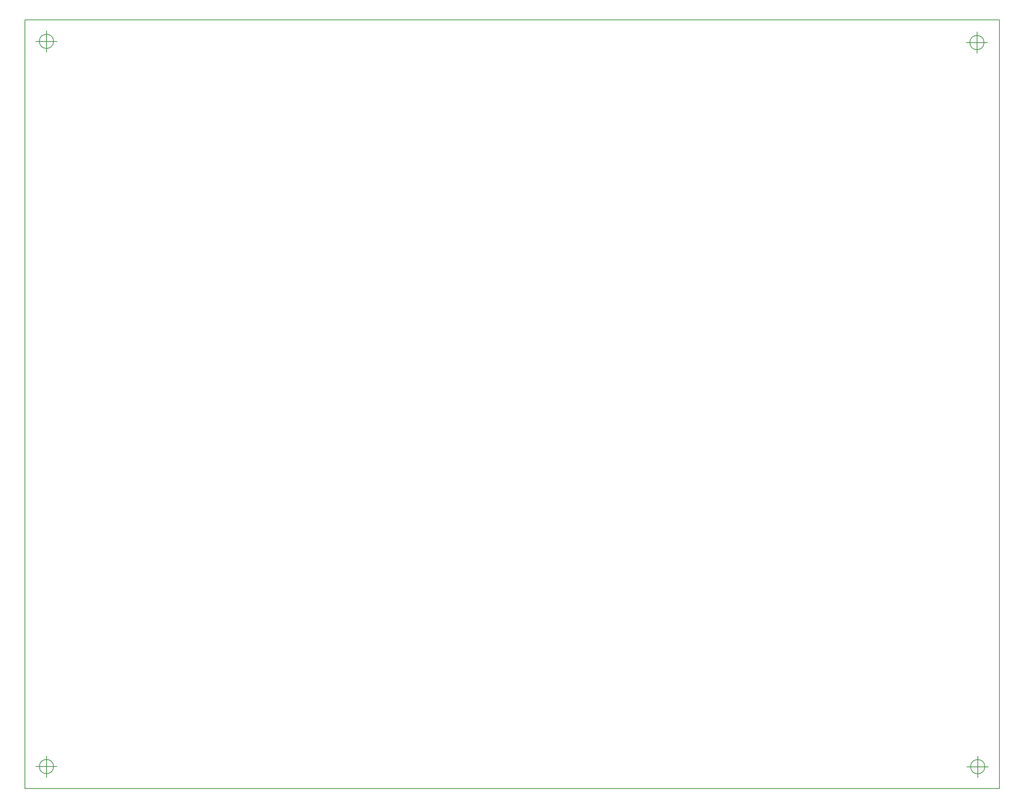
<source format=gbr>
G04 #@! TF.GenerationSoftware,KiCad,Pcbnew,5.0.2-5.fc29*
G04 #@! TF.CreationDate,2019-08-31T02:39:32+03:00*
G04 #@! TF.ProjectId,circuit_design,63697263-7569-4745-9f64-657369676e2e,rev?*
G04 #@! TF.SameCoordinates,Original*
G04 #@! TF.FileFunction,Profile,NP*
%FSLAX46Y46*%
G04 Gerber Fmt 4.6, Leading zero omitted, Abs format (unit mm)*
G04 Created by KiCad (PCBNEW 5.0.2-5.fc29) date Sat 31 Aug 2019 02:39:32 AM EEST*
%MOMM*%
%LPD*%
G01*
G04 APERTURE LIST*
%ADD10C,0.150000*%
%ADD11C,0.200000*%
G04 APERTURE END LIST*
D10*
X268366666Y-186690000D02*
G75*
G03X268366666Y-186690000I-1666666J0D01*
G01*
X264200000Y-186690000D02*
X269200000Y-186690000D01*
X266700000Y-184190000D02*
X266700000Y-189190000D01*
X49926666Y-16510000D02*
G75*
G03X49926666Y-16510000I-1666666J0D01*
G01*
X45760000Y-16510000D02*
X50760000Y-16510000D01*
X48260000Y-14010000D02*
X48260000Y-19010000D01*
X49926666Y-186663410D02*
G75*
G03X49926666Y-186663410I-1666666J0D01*
G01*
X45760000Y-186663410D02*
X50760000Y-186663410D01*
X48260000Y-184163410D02*
X48260000Y-189163410D01*
X268191935Y-16798571D02*
G75*
G03X268191935Y-16798571I-1666666J0D01*
G01*
X264025269Y-16798571D02*
X269025269Y-16798571D01*
X266525269Y-14298571D02*
X266525269Y-19298571D01*
D11*
X43180000Y-191770000D02*
X43180000Y-11430000D01*
X271780000Y-191770000D02*
X43180000Y-191770000D01*
X271780000Y-11430000D02*
X271780000Y-191770000D01*
X43180000Y-11430000D02*
X271780000Y-11430000D01*
M02*

</source>
